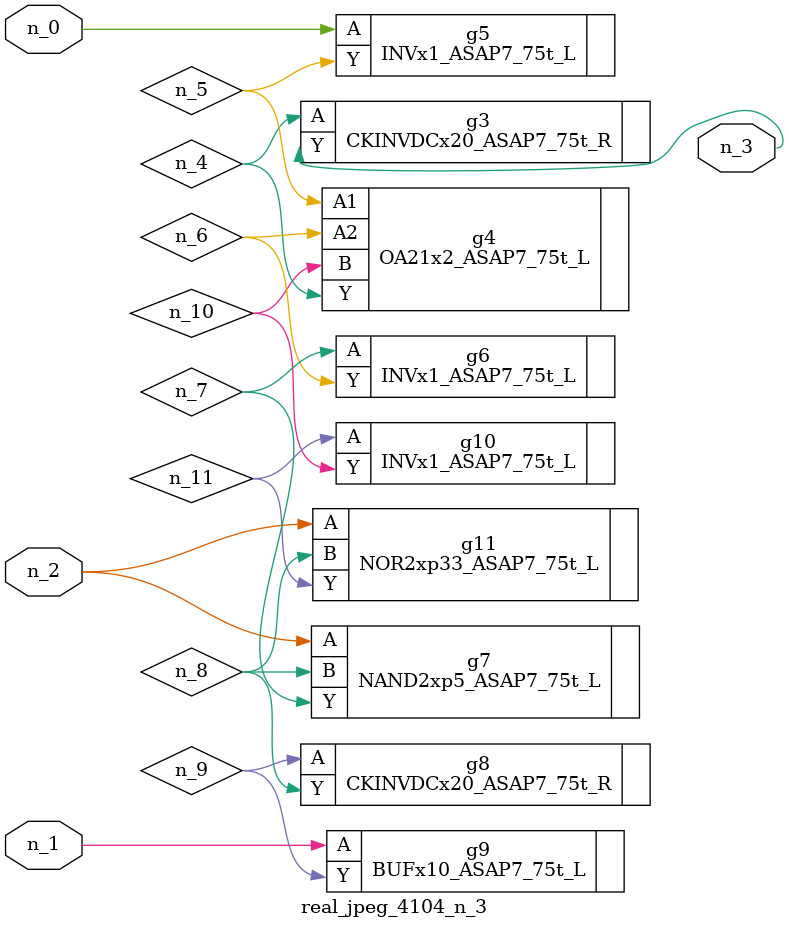
<source format=v>
module real_jpeg_4104_n_3 (n_1, n_0, n_2, n_3);

input n_1;
input n_0;
input n_2;

output n_3;

wire n_5;
wire n_8;
wire n_4;
wire n_11;
wire n_6;
wire n_7;
wire n_10;
wire n_9;

INVx1_ASAP7_75t_L g5 ( 
.A(n_0),
.Y(n_5)
);

BUFx10_ASAP7_75t_L g9 ( 
.A(n_1),
.Y(n_9)
);

NAND2xp5_ASAP7_75t_L g7 ( 
.A(n_2),
.B(n_8),
.Y(n_7)
);

NOR2xp33_ASAP7_75t_L g11 ( 
.A(n_2),
.B(n_8),
.Y(n_11)
);

CKINVDCx20_ASAP7_75t_R g3 ( 
.A(n_4),
.Y(n_3)
);

OA21x2_ASAP7_75t_L g4 ( 
.A1(n_5),
.A2(n_6),
.B(n_10),
.Y(n_4)
);

INVx1_ASAP7_75t_L g6 ( 
.A(n_7),
.Y(n_6)
);

CKINVDCx20_ASAP7_75t_R g8 ( 
.A(n_9),
.Y(n_8)
);

INVx1_ASAP7_75t_L g10 ( 
.A(n_11),
.Y(n_10)
);


endmodule
</source>
